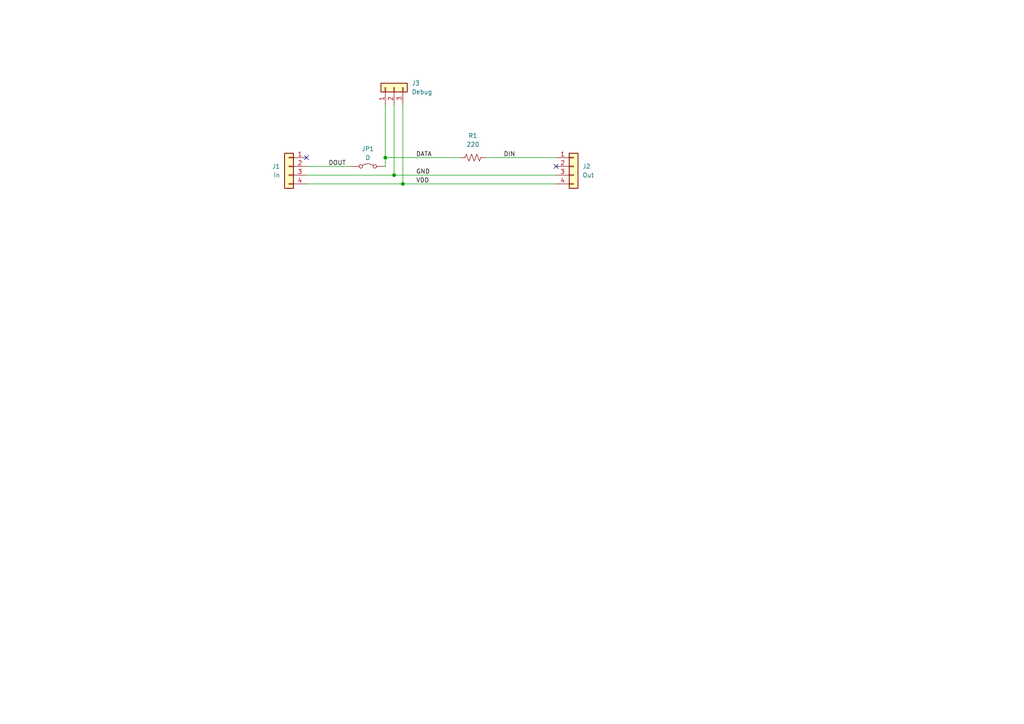
<source format=kicad_sch>
(kicad_sch (version 20231120) (generator "eeschema") (generator_version "8.0")
  (paper "A4")
  (lib_symbols
    (symbol "Connector_Generic:Conn_01x03" (pin_names (offset 1.016) hide)
      (property "Reference" "J" (at 0 5.08 0))
      (property "Value" "Conn_01x03" (at 0 -5.08 0))
      (symbol "Conn_01x03_1_1"
        (rectangle (start -1.27 -2.413) (end 0 -2.667) (stroke (width 0.1524)))
        (rectangle (start -1.27 0.127) (end 0 -0.127) (stroke (width 0.1524)))
        (rectangle (start -1.27 2.667) (end 0 2.413) (stroke (width 0.1524)))
        (rectangle (start -1.27 3.81) (end 1.27 -3.81) (stroke (width 0.254)) (fill (type background)))
        (pin passive line (at -5.08 2.54 0) (length 3.81) (name "Pin_1") (number "1"))
        (pin passive line (at -5.08 0 0) (length 3.81) (name "Pin_2") (number "2"))
        (pin passive line (at -5.08 -2.54 0) (length 3.81) (name "Pin_3") (number "3"))
      )
    )
    (symbol "Connector_Generic:Conn_01x04" (pin_names (offset 1.016) hide)
      (property "Reference" "J" (at 0 5.08 0))
      (property "Value" "Conn_01x04" (at 0 -7.62 0))
      (symbol "Conn_01x04_1_1"
        (rectangle (start -1.27 -4.953) (end 0 -5.207) (stroke (width 0.1524)))
        (rectangle (start -1.27 -2.413) (end 0 -2.667) (stroke (width 0.1524)))
        (rectangle (start -1.27 0.127) (end 0 -0.127) (stroke (width 0.1524)))
        (rectangle (start -1.27 2.667) (end 0 2.413) (stroke (width 0.1524)))
        (rectangle (start -1.27 3.81) (end 1.27 -6.35) (stroke (width 0.254)) (fill (type background)))
        (pin passive line (at -5.08 2.54 0) (length 3.81) (name "Pin_1") (number "1"))
        (pin passive line (at -5.08 0 0) (length 3.81) (name "Pin_2") (number "2"))
        (pin passive line (at -5.08 -2.54 0) (length 3.81) (name "Pin_3") (number "3"))
        (pin passive line (at -5.08 -5.08 0) (length 3.81) (name "Pin_4") (number "4"))
      )
    )
    (symbol "Device:R_US" (pin_numbers hide) (pin_names (offset 0))
      (property "Reference" "R" (at 2.54 0 90))
      (property "Value" "R_US" (at -2.54 0 90))
      (symbol "R_US_0_1"
        (polyline (pts (xy 0 -2.286) (xy 0 -2.54)))
        (polyline (pts (xy 0 2.286) (xy 0 2.54)))
        (polyline (pts (xy 0 -0.762) (xy 1.016 -1.143) (xy 0 -1.524) (xy -1.016 -1.905) (xy 0 -2.286)))
        (polyline (pts (xy 0 0.762) (xy 1.016 0.381) (xy 0 0) (xy -1.016 -0.381) (xy 0 -0.762)))
        (polyline (pts (xy 0 2.286) (xy 1.016 1.905) (xy 0 1.524) (xy -1.016 1.143) (xy 0 0.762)))
      )
      (symbol "R_US_1_1"
        (pin passive line (at 0 3.81 270) (length 1.27) (name "~") (number "1"))
        (pin passive line (at 0 -3.81 90) (length 1.27) (name "~") (number "2"))
      )
    )
    (symbol "Jumper:Jumper_2_Bridged" (pin_numbers hide) (pin_names (offset 0) hide) (exclude_from_sim yes)
      (property "Reference" "JP" (at 0 1.905 0))
      (property "Value" "Jumper_2_Bridged" (at 0 -2.54 0))
      (symbol "Jumper_2_Bridged_0_0"
        (circle (center -2.032 0) (radius 0.508))
        (circle (center 2.032 0) (radius 0.508))
      )
      (symbol "Jumper_2_Bridged_0_1"
        (arc (start 1.524 0.254) (mid 0 0.762) (end -1.524 0.254))
      )
      (symbol "Jumper_2_Bridged_1_1"
        (pin passive line (at -5.08 0 0) (length 2.54) (name "A") (number "1"))
        (pin passive line (at 5.08 0 180) (length 2.54) (name "B") (number "2"))
      )
    )
  )
  (junction (at 114.3 50.8))
  (junction (at 111.76 45.72))
  (junction (at 116.84 53.34))
  (no_connect (at 88.9 45.72))
  (no_connect (at 161.29 48.26))
  (wire (pts (xy 114.3 50.8) (xy 161.29 50.8)))
  (wire (pts (xy 116.84 30.48) (xy 116.84 53.34)))
  (wire (pts (xy 88.9 53.34) (xy 116.84 53.34)))
  (wire (pts (xy 116.84 53.34) (xy 161.29 53.34)))
  (wire (pts (xy 88.9 48.26) (xy 101.6 48.26)))
  (wire (pts (xy 111.76 48.26) (xy 111.76 45.72)))
  (wire (pts (xy 111.76 45.72) (xy 133.35 45.72)))
  (wire (pts (xy 88.9 50.8) (xy 114.3 50.8)))
  (wire (pts (xy 140.97 45.72) (xy 161.29 45.72)))
  (wire (pts (xy 114.3 30.48) (xy 114.3 50.8)))
  (wire (pts (xy 111.76 30.48) (xy 111.76 45.72)))
  (label "DIN" (at 146.05 45.72 0))
  (label "DATA" (at 120.65 45.72 0))
  (label "DOUT" (at 95.25 48.26 0))
  (label "VDD" (at 120.65 53.34 0))
  (label "GND" (at 120.65 50.8 0))
  (symbol (lib_id "Jumper:Jumper_2_Bridged") (at 106.68 48.26 0) (unit 1) (exclude_from_sim yes)
    (property "Reference" "JP1" (at 106.68 43.18 0))
    (property "Value" "D" (at 106.68 45.72 0))
    (property "Footprint" "Jumper:SolderJumper-2_P1.3mm_Bridged_RoundedPad1.0x1.5mm" (effects (hide yes)))
    (property "Description" "Jumper, 2-pole, closed/bridged" (effects (hide yes)))
  )
  (symbol (lib_id "Connector_Generic:Conn_01x03") (at 114.3 25.4 90) (unit 1)
    (property "Reference" "J3" (at 119.38 24.1299 90) (effects (justify right)))
    (property "Value" "Debug" (at 119.38 26.6699 90) (effects (justify right)))
    (property "Footprint" "Connector_PinSocket_2.54mm:PinSocket_1x03_P2.54mm_Vertical" (effects (hide yes)))
    (property "Description" "Generic connector, single row, 01x03, script generated (kicad-library-utils/schlib/autogen/connector/)" (effects (hide yes)))
  )
  (symbol (lib_id "Connector_Generic:Conn_01x04") (at 83.82 48.26 0) (mirror y) (unit 1)
    (property "Reference" "J1" (at 81.28 48.2599 0) (effects (justify left)))
    (property "Value" "In" (at 81.28 50.7999 0) (effects (justify left)))
    (property "Footprint" "Library:HDR-TH_4P-P1.27-V-F-R2-C2-S1.27" (effects (hide yes)))
    (property "Description" "Generic connector, single row, 01x04, script generated (kicad-library-utils/schlib/autogen/connector/)" (effects (hide yes)))
  )
  (symbol (lib_id "Connector_Generic:Conn_01x04") (at 166.37 48.26 0) (unit 1)
    (property "Reference" "J2" (at 168.91 48.2599 0) (effects (justify left)))
    (property "Value" "Out" (at 168.91 50.7999 0) (effects (justify left)))
    (property "Footprint" "Library:HDR-TH_4P-P1.27-V-F-R2-C2-S1.27" (effects (hide yes)))
    (property "Description" "Generic connector, single row, 01x04, script generated (kicad-library-utils/schlib/autogen/connector/)" (effects (hide yes)))
  )
  (symbol (lib_id "Device:R_US") (at 137.16 45.72 90) (unit 1)
    (property "Reference" "R1" (at 137.16 39.37 90))
    (property "Value" "220" (at 137.16 41.91 90))
    (property "Footprint" "Resistor_SMD:R_0603_1608Metric" (effects (hide yes)))
    (property "Description" "Resistor, US symbol" (effects (hide yes)))
  )
)
</source>
